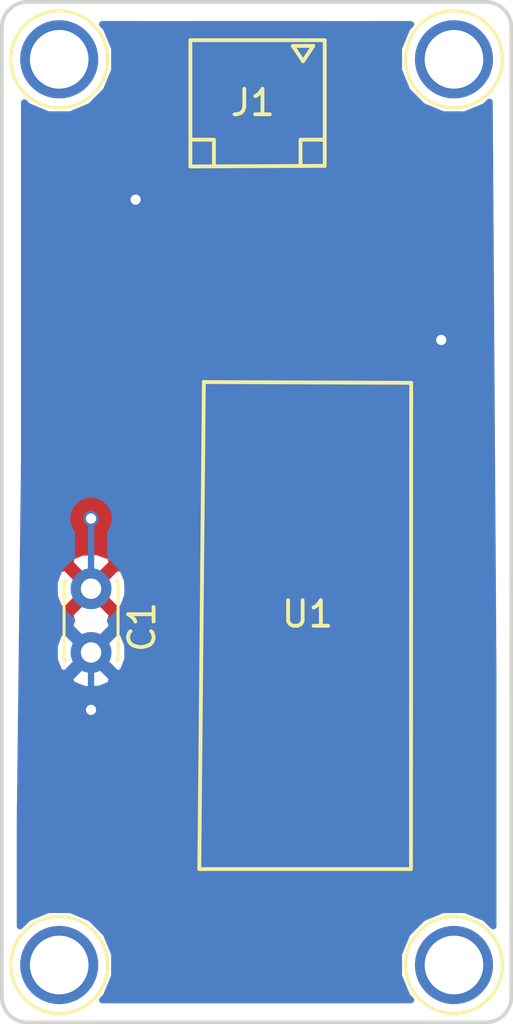
<source format=kicad_pcb>
(kicad_pcb (version 4) (host pcbnew 4.0.7)

  (general
    (links 9)
    (no_connects 0)
    (area 0 0 0 0)
    (thickness 1.6)
    (drawings 8)
    (tracks 29)
    (zones 0)
    (modules 7)
    (nets 12)
  )

  (page A4)
  (layers
    (0 F.Cu signal)
    (31 B.Cu signal)
    (32 B.Adhes user)
    (33 F.Adhes user)
    (34 B.Paste user)
    (35 F.Paste user)
    (36 B.SilkS user)
    (37 F.SilkS user)
    (38 B.Mask user)
    (39 F.Mask user)
    (40 Dwgs.User user)
    (41 Cmts.User user)
    (42 Eco1.User user)
    (43 Eco2.User user)
    (44 Edge.Cuts user)
    (45 Margin user)
    (46 B.CrtYd user)
    (47 F.CrtYd user)
    (48 B.Fab user)
    (49 F.Fab user)
  )

  (setup
    (last_trace_width 0.25)
    (trace_clearance 0.2)
    (zone_clearance 0.508)
    (zone_45_only no)
    (trace_min 0.2)
    (segment_width 0.2)
    (edge_width 0.15)
    (via_size 0.6)
    (via_drill 0.4)
    (via_min_size 0.4)
    (via_min_drill 0.3)
    (uvia_size 0.3)
    (uvia_drill 0.1)
    (uvias_allowed no)
    (uvia_min_size 0.2)
    (uvia_min_drill 0.1)
    (pcb_text_width 0.3)
    (pcb_text_size 1.5 1.5)
    (mod_edge_width 0.15)
    (mod_text_size 1 1)
    (mod_text_width 0.15)
    (pad_size 3.064 3.064)
    (pad_drill 2.3)
    (pad_to_mask_clearance 0.2)
    (aux_axis_origin 0 0)
    (visible_elements FFFFFF7F)
    (pcbplotparams
      (layerselection 0x00030_80000001)
      (usegerberextensions false)
      (excludeedgelayer true)
      (linewidth 0.100000)
      (plotframeref false)
      (viasonmask false)
      (mode 1)
      (useauxorigin false)
      (hpglpennumber 1)
      (hpglpenspeed 20)
      (hpglpendiameter 15)
      (hpglpenoverlay 2)
      (psnegative false)
      (psa4output false)
      (plotreference true)
      (plotvalue true)
      (plotinvisibletext false)
      (padsonsilk false)
      (subtractmaskfromsilk false)
      (outputformat 1)
      (mirror false)
      (drillshape 1)
      (scaleselection 1)
      (outputdirectory ""))
  )

  (net 0 "")
  (net 1 +3V3)
  (net 2 GND)
  (net 3 /SCL)
  (net 4 /INT)
  (net 5 /SDA)
  (net 6 "Net-(J1-Pad6)")
  (net 7 "Net-(U1-Pad1)")
  (net 8 "Net-(U1-Pad6)")
  (net 9 "Net-(U1-Pad9)")
  (net 10 "Net-(U1-Pad10)")
  (net 11 "Net-(U1-Pad12)")

  (net_class Default "This is the default net class."
    (clearance 0.2)
    (trace_width 0.25)
    (via_dia 0.6)
    (via_drill 0.4)
    (uvia_dia 0.3)
    (uvia_drill 0.1)
    (add_net +3V3)
    (add_net /INT)
    (add_net /SCL)
    (add_net /SDA)
    (add_net GND)
    (add_net "Net-(J1-Pad6)")
    (add_net "Net-(U1-Pad1)")
    (add_net "Net-(U1-Pad10)")
    (add_net "Net-(U1-Pad12)")
    (add_net "Net-(U1-Pad6)")
    (add_net "Net-(U1-Pad9)")
  )

  (module 1pin (layer F.Cu) (tedit 5A9A1DBC) (tstamp 5A9A1D0F)
    (at 139.75 90.5)
    (descr "module 1 pin (ou trou mecanique de percage)")
    (tags DEV)
    (fp_text reference REF** (at 0 -3.048) (layer F.SilkS) hide
      (effects (font (size 1 1) (thickness 0.15)))
    )
    (fp_text value 1pin (at 0 3) (layer F.Fab) hide
      (effects (font (size 1 1) (thickness 0.15)))
    )
    (fp_circle (center 0 0) (end 1.5 0.8) (layer F.Fab) (width 0.1))
    (fp_circle (center 0 0) (end 0 -1.9) (layer F.SilkS) (width 0.12))
    (pad 1 thru_hole circle (at 0 0) (size 3.064 3.064) (drill 2.3) (layers *.Cu *.Mask))
  )

  (module Capacitors_THT:C_Disc_D3.0mm_W2.0mm_P2.50mm (layer F.Cu) (tedit 5A9A197F) (tstamp 5A9A16D9)
    (at 141 111.25 270)
    (descr "C, Disc series, Radial, pin pitch=2.50mm, , diameter*width=3*2mm^2, Capacitor")
    (tags "C Disc series Radial pin pitch 2.50mm  diameter 3mm width 2mm Capacitor")
    (path /5A9A0CCA)
    (fp_text reference C1 (at 1.5 -2 270) (layer F.SilkS)
      (effects (font (size 1 1) (thickness 0.15)))
    )
    (fp_text value 10uF (at 1.25 2.31 270) (layer F.Fab) hide
      (effects (font (size 1 1) (thickness 0.15)))
    )
    (fp_line (start -0.25 -1) (end -0.25 1) (layer F.Fab) (width 0.1))
    (fp_line (start -0.25 1) (end 2.75 1) (layer F.Fab) (width 0.1))
    (fp_line (start 2.75 1) (end 2.75 -1) (layer F.Fab) (width 0.1))
    (fp_line (start 2.75 -1) (end -0.25 -1) (layer F.Fab) (width 0.1))
    (fp_line (start -0.31 -1.06) (end 2.81 -1.06) (layer F.SilkS) (width 0.12))
    (fp_line (start -0.31 1.06) (end 2.81 1.06) (layer F.SilkS) (width 0.12))
    (fp_line (start -0.31 -1.06) (end -0.31 -0.996) (layer F.SilkS) (width 0.12))
    (fp_line (start -0.31 0.996) (end -0.31 1.06) (layer F.SilkS) (width 0.12))
    (fp_line (start 2.81 -1.06) (end 2.81 -0.996) (layer F.SilkS) (width 0.12))
    (fp_line (start 2.81 0.996) (end 2.81 1.06) (layer F.SilkS) (width 0.12))
    (fp_line (start -1.05 -1.35) (end -1.05 1.35) (layer F.CrtYd) (width 0.05))
    (fp_line (start -1.05 1.35) (end 3.55 1.35) (layer F.CrtYd) (width 0.05))
    (fp_line (start 3.55 1.35) (end 3.55 -1.35) (layer F.CrtYd) (width 0.05))
    (fp_line (start 3.55 -1.35) (end -1.05 -1.35) (layer F.CrtYd) (width 0.05))
    (fp_text user %R (at 1.25 0 270) (layer F.Fab)
      (effects (font (size 1 1) (thickness 0.15)))
    )
    (pad 1 thru_hole circle (at 0 0 270) (size 1.6 1.6) (drill 0.8) (layers *.Cu *.Mask)
      (net 1 +3V3))
    (pad 2 thru_hole circle (at 2.5 0 270) (size 1.6 1.6) (drill 0.8) (layers *.Cu *.Mask)
      (net 2 GND))
    (model ${KISYS3DMOD}/Capacitors_THT.3dshapes/C_Disc_D3.0mm_W2.0mm_P2.50mm.wrl
      (at (xyz 0 0 0))
      (scale (xyz 1 1 1))
      (rotate (xyz 0 0 0))
    )
  )

  (module InternalLib:SM06B-NSHSS-TB (layer F.Cu) (tedit 5A9A15FE) (tstamp 5A9A16F0)
    (at 147.5 93.25)
    (path /5A9A0BB7)
    (fp_text reference J1 (at -0.15 -1.05) (layer F.SilkS)
      (effects (font (size 1 1) (thickness 0.15)))
    )
    (fp_text value SM06B-NSHSS-TB (at 0.2 -6.2) (layer F.Fab) hide
      (effects (font (size 1 1) (thickness 0.15)))
    )
    (fp_line (start -2.6 1.45) (end 2.675 1.425) (layer F.SilkS) (width 0.15))
    (fp_line (start -2.6 -3.5) (end 2.675 -3.5) (layer F.SilkS) (width 0.15))
    (fp_line (start 1.725 0.4) (end 2.675 0.4) (layer F.SilkS) (width 0.15))
    (fp_line (start -1.675 0.4) (end -2.6 0.4) (layer F.SilkS) (width 0.15))
    (fp_line (start -2.6 -3.475) (end -2.6 1.425) (layer F.SilkS) (width 0.15))
    (fp_line (start 2.675 -3.475) (end 2.675 1.425) (layer F.SilkS) (width 0.15))
    (fp_line (start 1.425 -3.275) (end 2.225 -3.275) (layer F.SilkS) (width 0.15))
    (fp_line (start 2.225 -3.275) (end 1.825 -2.675) (layer F.SilkS) (width 0.15))
    (fp_line (start 1.825 -2.675) (end 1.425 -3.275) (layer F.SilkS) (width 0.15))
    (fp_line (start 1.725 0.425) (end 1.725 1.425) (layer F.SilkS) (width 0.15))
    (fp_line (start -1.675 0.425) (end -1.675 1.425) (layer F.SilkS) (width 0.15))
    (pad 1 smd rect (at -2.5 2.85) (size 0.6 1.7) (layers F.Cu F.Paste F.Mask)
      (net 2 GND))
    (pad 2 smd rect (at -1.5 2.85) (size 0.6 1.7) (layers F.Cu F.Paste F.Mask)
      (net 1 +3V3))
    (pad 3 smd rect (at -0.5 2.85) (size 0.6 1.7) (layers F.Cu F.Paste F.Mask)
      (net 3 /SCL))
    (pad 4 smd rect (at 0.5 2.85) (size 0.6 1.7) (layers F.Cu F.Paste F.Mask)
      (net 4 /INT))
    (pad 5 smd rect (at 1.5 2.85) (size 0.6 1.7) (layers F.Cu F.Paste F.Mask)
      (net 5 /SDA))
    (pad 6 smd rect (at 2.5 2.85) (size 0.6 1.7) (layers F.Cu F.Paste F.Mask)
      (net 6 "Net-(J1-Pad6)"))
    (pad 7 smd rect (at -3.6 -2.3) (size 1 2.8) (layers F.Cu F.Paste F.Mask))
    (pad 8 smd rect (at 3.6 -2.3) (size 1 2.8) (layers F.Cu F.Paste F.Mask))
  )

  (module InternalLib:SentralM&M (layer F.Cu) (tedit 5A9A15C3) (tstamp 5A9A1700)
    (at 149.5 107.25)
    (path /5A99D384)
    (fp_text reference U1 (at -0.0011 4.9964) (layer F.SilkS)
      (effects (font (size 1 1) (thickness 0.15)))
    )
    (fp_text value SentralM&M (at -0.14 4.35 90) (layer F.Fab) hide
      (effects (font (size 1 1) (thickness 0.15)))
    )
    (fp_line (start -4.06 -4.1) (end 4.07 -4.07) (layer F.SilkS) (width 0.15))
    (fp_line (start 4.07 -4.07) (end 4.06 14.99) (layer F.SilkS) (width 0.15))
    (fp_line (start 4.06 14.99) (end -4.25 14.99) (layer F.SilkS) (width 0.15))
    (fp_line (start -4.25 14.99) (end -4.07 -4.11) (layer F.SilkS) (width 0.15))
    (pad 1 smd rect (at 0 16.37) (size 1.4 1.15) (layers F.Cu F.Paste F.Mask)
      (net 7 "Net-(U1-Pad1)"))
    (pad 2 smd rect (at -5.37 3) (size 1.15 1.4) (layers F.Cu F.Paste F.Mask)
      (net 1 +3V3))
    (pad 3 smd rect (at -5.37 0) (size 1.15 1.4) (layers F.Cu F.Paste F.Mask)
      (net 3 /SCL))
    (pad 6 smd rect (at 0 -5.37) (size 1.4 1.15) (layers F.Cu F.Paste F.Mask)
      (net 8 "Net-(U1-Pad6)"))
    (pad 5 smd rect (at -3 -5.37) (size 1.4 1.15) (layers F.Cu F.Paste F.Mask)
      (net 5 /SDA))
    (pad 7 smd rect (at 3 -5.37) (size 1.4 1.15) (layers F.Cu F.Paste F.Mask)
      (net 1 +3V3))
    (pad 4 smd rect (at -5.37 -3) (size 1.15 1.4) (layers F.Cu F.Paste F.Mask)
      (net 4 /INT))
    (pad 8 smd rect (at 5.37 -3) (size 1.15 1.4) (layers F.Cu F.Paste F.Mask)
      (net 2 GND))
    (pad 9 smd rect (at 5.37 0) (size 1.15 1.4) (layers F.Cu F.Paste F.Mask)
      (net 9 "Net-(U1-Pad9)"))
    (pad 10 smd rect (at 5.37 3) (size 1.15 1.4) (layers F.Cu F.Paste F.Mask)
      (net 10 "Net-(U1-Pad10)"))
    (pad 11 smd rect (at -5.37 8.5) (size 1.15 1.4) (layers F.Cu F.Paste F.Mask)
      (net 2 GND))
    (pad 12 smd rect (at 5.37 8.5) (size 1.15 1.4) (layers F.Cu F.Paste F.Mask)
      (net 11 "Net-(U1-Pad12)"))
  )

  (module InternalLib:1pin (layer F.Cu) (tedit 5A9A1DBC) (tstamp 5A9A1E1C)
    (at 155.25 90.5)
    (descr "module 1 pin (ou trou mecanique de percage)")
    (tags DEV)
    (fp_text reference REF** (at 0 -3.048) (layer F.SilkS) hide
      (effects (font (size 1 1) (thickness 0.15)))
    )
    (fp_text value 1pin (at 0 3) (layer F.Fab) hide
      (effects (font (size 1 1) (thickness 0.15)))
    )
    (fp_circle (center 0 0) (end 1.5 0.8) (layer F.Fab) (width 0.1))
    (fp_circle (center 0 0) (end 0 -1.9) (layer F.SilkS) (width 0.12))
    (pad 1 thru_hole circle (at 0 0) (size 3.064 3.064) (drill 2.3) (layers *.Cu *.Mask))
  )

  (module InternalLib:1pin (layer F.Cu) (tedit 5A9A1DBC) (tstamp 5A9A1F41)
    (at 139.75 126)
    (descr "module 1 pin (ou trou mecanique de percage)")
    (tags DEV)
    (fp_text reference REF** (at 0 -3.048) (layer F.SilkS) hide
      (effects (font (size 1 1) (thickness 0.15)))
    )
    (fp_text value 1pin (at 0 3) (layer F.Fab) hide
      (effects (font (size 1 1) (thickness 0.15)))
    )
    (fp_circle (center 0 0) (end 1.5 0.8) (layer F.Fab) (width 0.1))
    (fp_circle (center 0 0) (end 0 -1.9) (layer F.SilkS) (width 0.12))
    (pad 1 thru_hole circle (at 0 0) (size 3.064 3.064) (drill 2.3) (layers *.Cu *.Mask))
  )

  (module InternalLib:1pin (layer F.Cu) (tedit 5A9A1DBC) (tstamp 5A9A1F4E)
    (at 155.25 126)
    (descr "module 1 pin (ou trou mecanique de percage)")
    (tags DEV)
    (fp_text reference REF** (at 0 -3.048) (layer F.SilkS) hide
      (effects (font (size 1 1) (thickness 0.15)))
    )
    (fp_text value 1pin (at 0 3) (layer F.Fab) hide
      (effects (font (size 1 1) (thickness 0.15)))
    )
    (fp_circle (center 0 0) (end 1.5 0.8) (layer F.Fab) (width 0.1))
    (fp_circle (center 0 0) (end 0 -1.9) (layer F.SilkS) (width 0.12))
    (pad 1 thru_hole circle (at 0 0) (size 3.064 3.064) (drill 2.3) (layers *.Cu *.Mask))
  )

  (gr_arc (start 138.5 127.25) (end 138.5 128.25) (angle 90) (layer Edge.Cuts) (width 0.15))
  (gr_arc (start 156.5 127.25) (end 157.5 127.25) (angle 90) (layer Edge.Cuts) (width 0.15))
  (gr_arc (start 156.5 89.25) (end 156.5 88.25) (angle 90) (layer Edge.Cuts) (width 0.15))
  (gr_arc (start 138.5 89.25) (end 137.5 89.25) (angle 90) (layer Edge.Cuts) (width 0.15))
  (gr_line (start 137.5 127.25) (end 137.5 89.25) (angle 90) (layer Edge.Cuts) (width 0.15))
  (gr_line (start 156.5 128.25) (end 138.5 128.25) (angle 90) (layer Edge.Cuts) (width 0.15))
  (gr_line (start 157.5 89.25) (end 157.5 127.25) (angle 90) (layer Edge.Cuts) (width 0.15))
  (gr_line (start 138.5 88.25) (end 156.5 88.25) (angle 90) (layer Edge.Cuts) (width 0.15))

  (segment (start 141 111.25) (end 141 108.5) (width 0.25) (layer B.Cu) (net 1))
  (via (at 141 108.5) (size 0.6) (drill 0.4) (layers F.Cu B.Cu) (net 1))
  (segment (start 154.87 104.25) (end 154.87 101.62) (width 0.25) (layer F.Cu) (net 2))
  (via (at 154.75 101.5) (size 0.6) (drill 0.4) (layers F.Cu B.Cu) (net 2))
  (segment (start 154.87 101.62) (end 154.75 101.5) (width 0.25) (layer F.Cu) (net 2) (tstamp 5A9A1A05))
  (segment (start 145 96.1) (end 142.85 96.1) (width 0.25) (layer F.Cu) (net 2))
  (via (at 142.75 96) (size 0.6) (drill 0.4) (layers F.Cu B.Cu) (net 2))
  (segment (start 142.85 96.1) (end 142.75 96) (width 0.25) (layer F.Cu) (net 2) (tstamp 5A9A19C5))
  (segment (start 144.13 115.75) (end 141.25 115.75) (width 0.25) (layer F.Cu) (net 2))
  (segment (start 141 116) (end 141 113.75) (width 0.25) (layer B.Cu) (net 2) (tstamp 5A9A196F))
  (via (at 141 116) (size 0.6) (drill 0.4) (layers F.Cu B.Cu) (net 2))
  (segment (start 141.25 115.75) (end 141 116) (width 0.25) (layer F.Cu) (net 2) (tstamp 5A9A195F))
  (segment (start 144.13 107.25) (end 143 107.25) (width 0.25) (layer F.Cu) (net 3))
  (segment (start 147 98) (end 147 96.1) (width 0.25) (layer F.Cu) (net 3) (tstamp 5A9A1A3D))
  (segment (start 146.75 98.25) (end 147 98) (width 0.25) (layer F.Cu) (net 3) (tstamp 5A9A1A3C))
  (segment (start 142.75 98.25) (end 146.75 98.25) (width 0.25) (layer F.Cu) (net 3) (tstamp 5A9A1A2E))
  (segment (start 141.5 99.5) (end 142.75 98.25) (width 0.25) (layer F.Cu) (net 3) (tstamp 5A9A1A2C))
  (segment (start 141.5 105.75) (end 141.5 99.5) (width 0.25) (layer F.Cu) (net 3) (tstamp 5A9A1A27))
  (segment (start 143 107.25) (end 141.5 105.75) (width 0.25) (layer F.Cu) (net 3) (tstamp 5A9A1A1F))
  (segment (start 144.13 104.25) (end 144.13 100.37) (width 0.25) (layer F.Cu) (net 4))
  (segment (start 148 98.75) (end 148 96.1) (width 0.25) (layer F.Cu) (net 4) (tstamp 5A9A1A65))
  (segment (start 147.25 99.5) (end 148 98.75) (width 0.25) (layer F.Cu) (net 4) (tstamp 5A9A1A55))
  (segment (start 145 99.5) (end 147.25 99.5) (width 0.25) (layer F.Cu) (net 4) (tstamp 5A9A1A47))
  (segment (start 144.13 100.37) (end 145 99.5) (width 0.25) (layer F.Cu) (net 4) (tstamp 5A9A1A43))
  (segment (start 146.5 101.88) (end 147.37 101.88) (width 0.25) (layer F.Cu) (net 5))
  (segment (start 149 99.5) (end 149 96.1) (width 0.25) (layer F.Cu) (net 5) (tstamp 5A9A1A98))
  (segment (start 147.75 100.75) (end 149 99.5) (width 0.25) (layer F.Cu) (net 5) (tstamp 5A9A1A95))
  (segment (start 147.75 101.5) (end 147.75 100.75) (width 0.25) (layer F.Cu) (net 5) (tstamp 5A9A1A94))
  (segment (start 147.37 101.88) (end 147.75 101.5) (width 0.25) (layer F.Cu) (net 5) (tstamp 5A9A1A91))

  (zone (net 1) (net_name +3V3) (layer F.Cu) (tstamp 5A9A18F3) (hatch edge 0.508)
    (connect_pads (clearance 0.508))
    (min_thickness 0.254)
    (fill yes (arc_segments 16) (thermal_gap 0.508) (thermal_bridge_width 0.508))
    (polygon
      (pts
        (xy 138.25 89) (xy 156.75 89) (xy 157 127.5) (xy 138 127.5) (xy 138.25 106.25)
      )
    )
    (filled_polygon
      (pts
        (xy 142.803569 89.29811) (xy 142.75256 89.55) (xy 142.75256 92.35) (xy 142.796838 92.585317) (xy 142.93591 92.801441)
        (xy 143.14811 92.946431) (xy 143.4 92.99744) (xy 144.4 92.99744) (xy 144.635317 92.953162) (xy 144.851441 92.81409)
        (xy 144.996431 92.60189) (xy 145.04744 92.35) (xy 145.04744 89.55) (xy 145.003162 89.314683) (xy 144.882391 89.127)
        (xy 150.120483 89.127) (xy 150.003569 89.29811) (xy 149.95256 89.55) (xy 149.95256 92.35) (xy 149.996838 92.585317)
        (xy 150.13591 92.801441) (xy 150.34811 92.946431) (xy 150.6 92.99744) (xy 151.6 92.99744) (xy 151.835317 92.953162)
        (xy 152.051441 92.81409) (xy 152.196431 92.60189) (xy 152.24744 92.35) (xy 152.24744 89.55) (xy 152.203162 89.314683)
        (xy 152.082391 89.127) (xy 153.55812 89.127) (xy 153.413978 89.27089) (xy 153.083377 90.067066) (xy 153.082625 90.929152)
        (xy 153.411836 91.725903) (xy 154.02089 92.336022) (xy 154.817066 92.666623) (xy 155.679152 92.667375) (xy 156.475903 92.338164)
        (xy 156.643587 92.170773) (xy 156.79 114.718376) (xy 156.79 124.475412) (xy 156.47911 124.163978) (xy 155.682934 123.833377)
        (xy 154.820848 123.832625) (xy 154.024097 124.161836) (xy 153.413978 124.77089) (xy 153.083377 125.567066) (xy 153.082625 126.429152)
        (xy 153.411836 127.225903) (xy 153.558676 127.373) (xy 141.44188 127.373) (xy 141.586022 127.22911) (xy 141.916623 126.432934)
        (xy 141.917375 125.570848) (xy 141.588164 124.774097) (xy 140.97911 124.163978) (xy 140.182934 123.833377) (xy 139.320848 123.832625)
        (xy 138.524097 124.161836) (xy 138.21 124.475385) (xy 138.21 123.045) (xy 148.15256 123.045) (xy 148.15256 124.195)
        (xy 148.196838 124.430317) (xy 148.33591 124.646441) (xy 148.54811 124.791431) (xy 148.8 124.84244) (xy 150.2 124.84244)
        (xy 150.435317 124.798162) (xy 150.651441 124.65909) (xy 150.796431 124.44689) (xy 150.84744 124.195) (xy 150.84744 123.045)
        (xy 150.803162 122.809683) (xy 150.66409 122.593559) (xy 150.45189 122.448569) (xy 150.2 122.39756) (xy 148.8 122.39756)
        (xy 148.564683 122.441838) (xy 148.348559 122.58091) (xy 148.203569 122.79311) (xy 148.15256 123.045) (xy 138.21 123.045)
        (xy 138.21 120.445746) (xy 138.285429 114.034187) (xy 139.564752 114.034187) (xy 139.782757 114.5618) (xy 140.186077 114.965824)
        (xy 140.619199 115.145672) (xy 140.471057 115.206883) (xy 140.207808 115.469673) (xy 140.065162 115.813201) (xy 140.064838 116.185167)
        (xy 140.206883 116.528943) (xy 140.469673 116.792192) (xy 140.813201 116.934838) (xy 141.185167 116.935162) (xy 141.528943 116.793117)
        (xy 141.792192 116.530327) (xy 141.800633 116.51) (xy 142.91885 116.51) (xy 142.951838 116.685317) (xy 143.09091 116.901441)
        (xy 143.30311 117.046431) (xy 143.555 117.09744) (xy 144.705 117.09744) (xy 144.940317 117.053162) (xy 145.156441 116.91409)
        (xy 145.301431 116.70189) (xy 145.35244 116.45) (xy 145.35244 115.05) (xy 153.64756 115.05) (xy 153.64756 116.45)
        (xy 153.691838 116.685317) (xy 153.83091 116.901441) (xy 154.04311 117.046431) (xy 154.295 117.09744) (xy 155.445 117.09744)
        (xy 155.680317 117.053162) (xy 155.896441 116.91409) (xy 156.041431 116.70189) (xy 156.09244 116.45) (xy 156.09244 115.05)
        (xy 156.048162 114.814683) (xy 155.90909 114.598559) (xy 155.69689 114.453569) (xy 155.445 114.40256) (xy 154.295 114.40256)
        (xy 154.059683 114.446838) (xy 153.843559 114.58591) (xy 153.698569 114.79811) (xy 153.64756 115.05) (xy 145.35244 115.05)
        (xy 145.308162 114.814683) (xy 145.16909 114.598559) (xy 144.95689 114.453569) (xy 144.705 114.40256) (xy 143.555 114.40256)
        (xy 143.319683 114.446838) (xy 143.103559 114.58591) (xy 142.958569 114.79811) (xy 142.91971 114.99) (xy 141.756724 114.99)
        (xy 141.8118 114.967243) (xy 142.215824 114.563923) (xy 142.43475 114.036691) (xy 142.435248 113.465813) (xy 142.217243 112.9382)
        (xy 141.813923 112.534176) (xy 141.747456 112.506577) (xy 141.754005 112.503864) (xy 141.828139 112.257745) (xy 141 111.429605)
        (xy 140.171861 112.257745) (xy 140.245995 112.503864) (xy 140.252483 112.506196) (xy 140.1882 112.532757) (xy 139.784176 112.936077)
        (xy 139.56525 113.463309) (xy 139.564752 114.034187) (xy 138.285429 114.034187) (xy 138.320735 111.033223) (xy 139.553035 111.033223)
        (xy 139.580222 111.603454) (xy 139.746136 112.004005) (xy 139.992255 112.078139) (xy 140.820395 111.25) (xy 141.179605 111.25)
        (xy 142.007745 112.078139) (xy 142.253864 112.004005) (xy 142.446965 111.466777) (xy 142.419778 110.896546) (xy 142.270332 110.53575)
        (xy 142.92 110.53575) (xy 142.92 111.07631) (xy 143.016673 111.309699) (xy 143.195302 111.488327) (xy 143.428691 111.585)
        (xy 143.84425 111.585) (xy 144.003 111.42625) (xy 144.003 110.377) (xy 144.257 110.377) (xy 144.257 111.42625)
        (xy 144.41575 111.585) (xy 144.831309 111.585) (xy 145.064698 111.488327) (xy 145.243327 111.309699) (xy 145.34 111.07631)
        (xy 145.34 110.53575) (xy 145.18125 110.377) (xy 144.257 110.377) (xy 144.003 110.377) (xy 143.07875 110.377)
        (xy 142.92 110.53575) (xy 142.270332 110.53575) (xy 142.253864 110.495995) (xy 142.007745 110.421861) (xy 141.179605 111.25)
        (xy 140.820395 111.25) (xy 139.992255 110.421861) (xy 139.746136 110.495995) (xy 139.553035 111.033223) (xy 138.320735 111.033223)
        (xy 138.33004 110.242255) (xy 140.171861 110.242255) (xy 141 111.070395) (xy 141.828139 110.242255) (xy 141.754005 109.996136)
        (xy 141.216777 109.803035) (xy 140.646546 109.830222) (xy 140.245995 109.996136) (xy 140.171861 110.242255) (xy 138.33004 110.242255)
        (xy 138.33967 109.42369) (xy 142.92 109.42369) (xy 142.92 109.96425) (xy 143.07875 110.123) (xy 144.003 110.123)
        (xy 144.003 109.07375) (xy 144.257 109.07375) (xy 144.257 110.123) (xy 145.18125 110.123) (xy 145.34 109.96425)
        (xy 145.34 109.55) (xy 153.64756 109.55) (xy 153.64756 110.95) (xy 153.691838 111.185317) (xy 153.83091 111.401441)
        (xy 154.04311 111.546431) (xy 154.295 111.59744) (xy 155.445 111.59744) (xy 155.680317 111.553162) (xy 155.896441 111.41409)
        (xy 156.041431 111.20189) (xy 156.09244 110.95) (xy 156.09244 109.55) (xy 156.048162 109.314683) (xy 155.90909 109.098559)
        (xy 155.69689 108.953569) (xy 155.445 108.90256) (xy 154.295 108.90256) (xy 154.059683 108.946838) (xy 153.843559 109.08591)
        (xy 153.698569 109.29811) (xy 153.64756 109.55) (xy 145.34 109.55) (xy 145.34 109.42369) (xy 145.243327 109.190301)
        (xy 145.064698 109.011673) (xy 144.831309 108.915) (xy 144.41575 108.915) (xy 144.257 109.07375) (xy 144.003 109.07375)
        (xy 143.84425 108.915) (xy 143.428691 108.915) (xy 143.195302 109.011673) (xy 143.016673 109.190301) (xy 142.92 109.42369)
        (xy 138.33967 109.42369) (xy 138.376991 106.251494) (xy 138.377 106.25) (xy 138.377 99.5) (xy 140.74 99.5)
        (xy 140.74 105.75) (xy 140.797852 106.040839) (xy 140.962599 106.287401) (xy 142.462599 107.787401) (xy 142.70916 107.952148)
        (xy 142.915694 107.99323) (xy 142.951838 108.185317) (xy 143.09091 108.401441) (xy 143.30311 108.546431) (xy 143.555 108.59744)
        (xy 144.705 108.59744) (xy 144.940317 108.553162) (xy 145.156441 108.41409) (xy 145.301431 108.20189) (xy 145.35244 107.95)
        (xy 145.35244 106.55) (xy 153.64756 106.55) (xy 153.64756 107.95) (xy 153.691838 108.185317) (xy 153.83091 108.401441)
        (xy 154.04311 108.546431) (xy 154.295 108.59744) (xy 155.445 108.59744) (xy 155.680317 108.553162) (xy 155.896441 108.41409)
        (xy 156.041431 108.20189) (xy 156.09244 107.95) (xy 156.09244 106.55) (xy 156.048162 106.314683) (xy 155.90909 106.098559)
        (xy 155.69689 105.953569) (xy 155.445 105.90256) (xy 154.295 105.90256) (xy 154.059683 105.946838) (xy 153.843559 106.08591)
        (xy 153.698569 106.29811) (xy 153.64756 106.55) (xy 145.35244 106.55) (xy 145.308162 106.314683) (xy 145.16909 106.098559)
        (xy 144.95689 105.953569) (xy 144.705 105.90256) (xy 143.555 105.90256) (xy 143.319683 105.946838) (xy 143.103559 106.08591)
        (xy 143.025279 106.200477) (xy 142.26 105.435198) (xy 142.26 99.814802) (xy 143.064802 99.01) (xy 144.415198 99.01)
        (xy 143.592599 99.832599) (xy 143.427852 100.079161) (xy 143.37 100.37) (xy 143.37 102.93737) (xy 143.319683 102.946838)
        (xy 143.103559 103.08591) (xy 142.958569 103.29811) (xy 142.90756 103.55) (xy 142.90756 104.95) (xy 142.951838 105.185317)
        (xy 143.09091 105.401441) (xy 143.30311 105.546431) (xy 143.555 105.59744) (xy 144.705 105.59744) (xy 144.940317 105.553162)
        (xy 145.156441 105.41409) (xy 145.301431 105.20189) (xy 145.35244 104.95) (xy 145.35244 103.55) (xy 145.308162 103.314683)
        (xy 145.16909 103.098559) (xy 144.95689 102.953569) (xy 144.89 102.940023) (xy 144.89 100.684802) (xy 145.314802 100.26)
        (xy 147.180927 100.26) (xy 147.047852 100.459161) (xy 147.008388 100.65756) (xy 145.8 100.65756) (xy 145.564683 100.701838)
        (xy 145.348559 100.84091) (xy 145.203569 101.05311) (xy 145.15256 101.305) (xy 145.15256 102.455) (xy 145.196838 102.690317)
        (xy 145.33591 102.906441) (xy 145.54811 103.051431) (xy 145.8 103.10244) (xy 147.2 103.10244) (xy 147.435317 103.058162)
        (xy 147.651441 102.91909) (xy 147.796431 102.70689) (xy 147.846863 102.457851) (xy 147.907401 102.417401) (xy 148.15256 102.172242)
        (xy 148.15256 102.455) (xy 148.196838 102.690317) (xy 148.33591 102.906441) (xy 148.54811 103.051431) (xy 148.8 103.10244)
        (xy 150.2 103.10244) (xy 150.435317 103.058162) (xy 150.651441 102.91909) (xy 150.796431 102.70689) (xy 150.84744 102.455)
        (xy 150.84744 102.16575) (xy 151.165 102.16575) (xy 151.165 102.58131) (xy 151.261673 102.814699) (xy 151.440302 102.993327)
        (xy 151.673691 103.09) (xy 152.21425 103.09) (xy 152.373 102.93125) (xy 152.373 102.007) (xy 152.627 102.007)
        (xy 152.627 102.93125) (xy 152.78575 103.09) (xy 153.326309 103.09) (xy 153.559698 102.993327) (xy 153.738327 102.814699)
        (xy 153.835 102.58131) (xy 153.835 102.16575) (xy 153.67625 102.007) (xy 152.627 102.007) (xy 152.373 102.007)
        (xy 151.32375 102.007) (xy 151.165 102.16575) (xy 150.84744 102.16575) (xy 150.84744 101.305) (xy 150.823674 101.17869)
        (xy 151.165 101.17869) (xy 151.165 101.59425) (xy 151.32375 101.753) (xy 152.373 101.753) (xy 152.373 100.82875)
        (xy 152.627 100.82875) (xy 152.627 101.753) (xy 153.67625 101.753) (xy 153.8149 101.61435) (xy 153.814838 101.685167)
        (xy 153.956883 102.028943) (xy 154.11 102.182327) (xy 154.11 102.93737) (xy 154.059683 102.946838) (xy 153.843559 103.08591)
        (xy 153.698569 103.29811) (xy 153.64756 103.55) (xy 153.64756 104.95) (xy 153.691838 105.185317) (xy 153.83091 105.401441)
        (xy 154.04311 105.546431) (xy 154.295 105.59744) (xy 155.445 105.59744) (xy 155.680317 105.553162) (xy 155.896441 105.41409)
        (xy 156.041431 105.20189) (xy 156.09244 104.95) (xy 156.09244 103.55) (xy 156.048162 103.314683) (xy 155.90909 103.098559)
        (xy 155.69689 102.953569) (xy 155.63 102.940023) (xy 155.63 101.818863) (xy 155.684838 101.686799) (xy 155.685162 101.314833)
        (xy 155.543117 100.971057) (xy 155.280327 100.707808) (xy 154.936799 100.565162) (xy 154.564833 100.564838) (xy 154.221057 100.706883)
        (xy 153.957808 100.969673) (xy 153.835 101.265426) (xy 153.835 101.17869) (xy 153.738327 100.945301) (xy 153.559698 100.766673)
        (xy 153.326309 100.67) (xy 152.78575 100.67) (xy 152.627 100.82875) (xy 152.373 100.82875) (xy 152.21425 100.67)
        (xy 151.673691 100.67) (xy 151.440302 100.766673) (xy 151.261673 100.945301) (xy 151.165 101.17869) (xy 150.823674 101.17869)
        (xy 150.803162 101.069683) (xy 150.66409 100.853559) (xy 150.45189 100.708569) (xy 150.2 100.65756) (xy 148.917242 100.65756)
        (xy 149.537401 100.037401) (xy 149.702148 99.790839) (xy 149.76 99.5) (xy 149.76 97.59744) (xy 150.3 97.59744)
        (xy 150.535317 97.553162) (xy 150.751441 97.41409) (xy 150.896431 97.20189) (xy 150.94744 96.95) (xy 150.94744 95.25)
        (xy 150.903162 95.014683) (xy 150.76409 94.798559) (xy 150.55189 94.653569) (xy 150.3 94.60256) (xy 149.7 94.60256)
        (xy 149.492658 94.641574) (xy 149.3 94.60256) (xy 148.7 94.60256) (xy 148.492658 94.641574) (xy 148.3 94.60256)
        (xy 147.7 94.60256) (xy 147.492658 94.641574) (xy 147.3 94.60256) (xy 146.7 94.60256) (xy 146.49115 94.641858)
        (xy 146.426309 94.615) (xy 146.28575 94.615) (xy 146.127 94.77375) (xy 146.127 94.963818) (xy 146.103569 94.99811)
        (xy 146.05256 95.25) (xy 146.05256 96.247) (xy 145.94744 96.247) (xy 145.94744 95.25) (xy 145.903162 95.014683)
        (xy 145.873 94.96781) (xy 145.873 94.77375) (xy 145.71425 94.615) (xy 145.573691 94.615) (xy 145.503993 94.64387)
        (xy 145.3 94.60256) (xy 144.7 94.60256) (xy 144.464683 94.646838) (xy 144.248559 94.78591) (xy 144.103569 94.99811)
        (xy 144.05256 95.25) (xy 144.05256 95.34) (xy 143.412289 95.34) (xy 143.280327 95.207808) (xy 142.936799 95.065162)
        (xy 142.564833 95.064838) (xy 142.221057 95.206883) (xy 141.957808 95.469673) (xy 141.815162 95.813201) (xy 141.814838 96.185167)
        (xy 141.956883 96.528943) (xy 142.219673 96.792192) (xy 142.563201 96.934838) (xy 142.935167 96.935162) (xy 143.117073 96.86)
        (xy 144.05256 96.86) (xy 144.05256 96.95) (xy 144.096838 97.185317) (xy 144.23591 97.401441) (xy 144.36552 97.49)
        (xy 142.75 97.49) (xy 142.459161 97.547852) (xy 142.212599 97.712599) (xy 140.962599 98.962599) (xy 140.797852 99.209161)
        (xy 140.74 99.5) (xy 138.377 99.5) (xy 138.377 92.19188) (xy 138.52089 92.336022) (xy 139.317066 92.666623)
        (xy 140.179152 92.667375) (xy 140.975903 92.338164) (xy 141.586022 91.72911) (xy 141.916623 90.932934) (xy 141.917375 90.070848)
        (xy 141.588164 89.274097) (xy 141.441324 89.127) (xy 142.920483 89.127)
      )
    )
  )
  (zone (net 2) (net_name GND) (layer B.Cu) (tstamp 5A9A18F3) (hatch edge 0.508)
    (connect_pads (clearance 0.508))
    (min_thickness 0.254)
    (fill yes (arc_segments 16) (thermal_gap 0.508) (thermal_bridge_width 0.508))
    (polygon
      (pts
        (xy 138.25 89) (xy 156.75 89) (xy 157 127.5) (xy 138 127.5) (xy 138.25 106.25)
      )
    )
    (filled_polygon
      (pts
        (xy 153.413978 89.27089) (xy 153.083377 90.067066) (xy 153.082625 90.929152) (xy 153.411836 91.725903) (xy 154.02089 92.336022)
        (xy 154.817066 92.666623) (xy 155.679152 92.667375) (xy 156.475903 92.338164) (xy 156.643587 92.170773) (xy 156.79 114.718376)
        (xy 156.79 124.475412) (xy 156.47911 124.163978) (xy 155.682934 123.833377) (xy 154.820848 123.832625) (xy 154.024097 124.161836)
        (xy 153.413978 124.77089) (xy 153.083377 125.567066) (xy 153.082625 126.429152) (xy 153.411836 127.225903) (xy 153.558676 127.373)
        (xy 141.44188 127.373) (xy 141.586022 127.22911) (xy 141.916623 126.432934) (xy 141.917375 125.570848) (xy 141.588164 124.774097)
        (xy 140.97911 124.163978) (xy 140.182934 123.833377) (xy 139.320848 123.832625) (xy 138.524097 124.161836) (xy 138.21 124.475385)
        (xy 138.21 120.445746) (xy 138.276917 114.757745) (xy 140.171861 114.757745) (xy 140.245995 115.003864) (xy 140.783223 115.196965)
        (xy 141.353454 115.169778) (xy 141.754005 115.003864) (xy 141.828139 114.757745) (xy 141 113.929605) (xy 140.171861 114.757745)
        (xy 138.276917 114.757745) (xy 138.291323 113.533223) (xy 139.553035 113.533223) (xy 139.580222 114.103454) (xy 139.746136 114.504005)
        (xy 139.992255 114.578139) (xy 140.820395 113.75) (xy 141.179605 113.75) (xy 142.007745 114.578139) (xy 142.253864 114.504005)
        (xy 142.446965 113.966777) (xy 142.419778 113.396546) (xy 142.253864 112.995995) (xy 142.007745 112.921861) (xy 141.179605 113.75)
        (xy 140.820395 113.75) (xy 139.992255 112.921861) (xy 139.746136 112.995995) (xy 139.553035 113.533223) (xy 138.291323 113.533223)
        (xy 138.314841 111.534187) (xy 139.564752 111.534187) (xy 139.782757 112.0618) (xy 140.186077 112.465824) (xy 140.252544 112.493423)
        (xy 140.245995 112.496136) (xy 140.171861 112.742255) (xy 141 113.570395) (xy 141.828139 112.742255) (xy 141.754005 112.496136)
        (xy 141.747517 112.493804) (xy 141.8118 112.467243) (xy 142.215824 112.063923) (xy 142.43475 111.536691) (xy 142.435248 110.965813)
        (xy 142.217243 110.4382) (xy 141.813923 110.034176) (xy 141.76 110.011785) (xy 141.76 109.062463) (xy 141.792192 109.030327)
        (xy 141.934838 108.686799) (xy 141.935162 108.314833) (xy 141.793117 107.971057) (xy 141.530327 107.707808) (xy 141.186799 107.565162)
        (xy 140.814833 107.564838) (xy 140.471057 107.706883) (xy 140.207808 107.969673) (xy 140.065162 108.313201) (xy 140.064838 108.685167)
        (xy 140.206883 109.028943) (xy 140.24 109.062118) (xy 140.24 110.011354) (xy 140.1882 110.032757) (xy 139.784176 110.436077)
        (xy 139.56525 110.963309) (xy 139.564752 111.534187) (xy 138.314841 111.534187) (xy 138.376991 106.251494) (xy 138.377 106.25)
        (xy 138.377 92.19188) (xy 138.52089 92.336022) (xy 139.317066 92.666623) (xy 140.179152 92.667375) (xy 140.975903 92.338164)
        (xy 141.586022 91.72911) (xy 141.916623 90.932934) (xy 141.917375 90.070848) (xy 141.588164 89.274097) (xy 141.441324 89.127)
        (xy 153.55812 89.127)
      )
    )
  )
)

</source>
